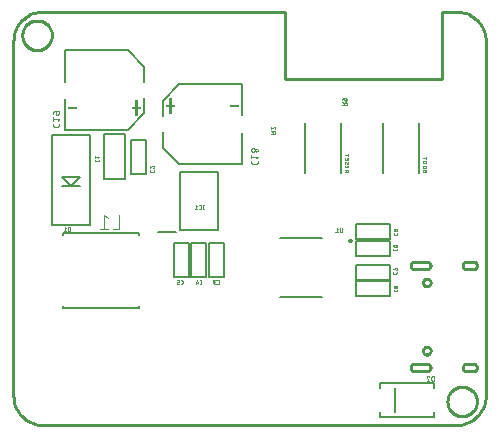
<source format=gbr>
G04 EAGLE Gerber RS-274X export*
G75*
%MOMM*%
%FSLAX34Y34*%
%LPD*%
%INSilkscreen Bottom*%
%IPPOS*%
%AMOC8*
5,1,8,0,0,1.08239X$1,22.5*%
G01*
%ADD10C,0.200000*%
%ADD11C,0.127000*%
%ADD12C,0.025400*%
%ADD13C,0.203200*%
%ADD14C,0.076200*%
%ADD15C,0.152400*%
%ADD16C,0.101600*%
%ADD17C,0.050800*%
%ADD18C,0.254000*%

G36*
X133955Y263342D02*
X133955Y263342D01*
X133955Y268947D01*
X136920Y268947D01*
X136925Y268951D01*
X136925Y268952D01*
X136925Y270932D01*
X136921Y270937D01*
X136920Y270937D01*
X133955Y270937D01*
X133955Y276542D01*
X133951Y276547D01*
X133950Y276547D01*
X131970Y276547D01*
X131965Y276543D01*
X131965Y276542D01*
X131965Y270937D01*
X129000Y270937D01*
X128995Y270933D01*
X128995Y270932D01*
X128995Y268952D01*
X128999Y268947D01*
X129000Y268947D01*
X131965Y268947D01*
X131965Y263342D01*
X131969Y263337D01*
X131970Y263337D01*
X133950Y263337D01*
X133955Y263342D01*
G37*
G36*
X105271Y261937D02*
X105271Y261937D01*
X105271Y261938D01*
X105271Y267543D01*
X108236Y267543D01*
X108241Y267547D01*
X108241Y267548D01*
X108241Y269528D01*
X108237Y269533D01*
X108236Y269533D01*
X105271Y269533D01*
X105271Y275138D01*
X105267Y275143D01*
X105266Y275143D01*
X103286Y275143D01*
X103281Y275139D01*
X103281Y275138D01*
X103281Y269533D01*
X100316Y269533D01*
X100311Y269529D01*
X100311Y269528D01*
X100311Y267548D01*
X100315Y267543D01*
X100316Y267543D01*
X103281Y267543D01*
X103281Y261938D01*
X103285Y261933D01*
X103286Y261933D01*
X105266Y261933D01*
X105271Y261937D01*
G37*
G36*
X191045Y268951D02*
X191045Y268951D01*
X191045Y268952D01*
X191045Y270932D01*
X191041Y270937D01*
X191040Y270937D01*
X183120Y270937D01*
X183115Y270933D01*
X183115Y270932D01*
X183115Y268952D01*
X183119Y268947D01*
X183120Y268947D01*
X191040Y268947D01*
X191045Y268951D01*
G37*
G36*
X54121Y267547D02*
X54121Y267547D01*
X54121Y267548D01*
X54121Y269528D01*
X54117Y269533D01*
X54116Y269533D01*
X46196Y269533D01*
X46191Y269529D01*
X46191Y269528D01*
X46191Y267548D01*
X46195Y267543D01*
X46196Y267543D01*
X54116Y267543D01*
X54121Y267547D01*
G37*
D10*
X284524Y156100D02*
X284526Y156163D01*
X284532Y156225D01*
X284542Y156287D01*
X284555Y156349D01*
X284573Y156409D01*
X284594Y156468D01*
X284619Y156526D01*
X284648Y156582D01*
X284680Y156636D01*
X284715Y156688D01*
X284753Y156737D01*
X284795Y156785D01*
X284839Y156829D01*
X284887Y156871D01*
X284936Y156909D01*
X284988Y156944D01*
X285042Y156976D01*
X285098Y157005D01*
X285156Y157030D01*
X285215Y157051D01*
X285275Y157069D01*
X285337Y157082D01*
X285399Y157092D01*
X285461Y157098D01*
X285524Y157100D01*
X285587Y157098D01*
X285649Y157092D01*
X285711Y157082D01*
X285773Y157069D01*
X285833Y157051D01*
X285892Y157030D01*
X285950Y157005D01*
X286006Y156976D01*
X286060Y156944D01*
X286112Y156909D01*
X286161Y156871D01*
X286209Y156829D01*
X286253Y156785D01*
X286295Y156737D01*
X286333Y156688D01*
X286368Y156636D01*
X286400Y156582D01*
X286429Y156526D01*
X286454Y156468D01*
X286475Y156409D01*
X286493Y156349D01*
X286506Y156287D01*
X286516Y156225D01*
X286522Y156163D01*
X286524Y156100D01*
X286522Y156037D01*
X286516Y155975D01*
X286506Y155913D01*
X286493Y155851D01*
X286475Y155791D01*
X286454Y155732D01*
X286429Y155674D01*
X286400Y155618D01*
X286368Y155564D01*
X286333Y155512D01*
X286295Y155463D01*
X286253Y155415D01*
X286209Y155371D01*
X286161Y155329D01*
X286112Y155291D01*
X286060Y155256D01*
X286006Y155224D01*
X285950Y155195D01*
X285892Y155170D01*
X285833Y155149D01*
X285773Y155131D01*
X285711Y155118D01*
X285649Y155108D01*
X285587Y155102D01*
X285524Y155100D01*
X285461Y155102D01*
X285399Y155108D01*
X285337Y155118D01*
X285275Y155131D01*
X285215Y155149D01*
X285156Y155170D01*
X285098Y155195D01*
X285042Y155224D01*
X284988Y155256D01*
X284936Y155291D01*
X284887Y155329D01*
X284839Y155371D01*
X284795Y155415D01*
X284753Y155463D01*
X284715Y155512D01*
X284680Y155564D01*
X284648Y155618D01*
X284619Y155674D01*
X284594Y155732D01*
X284573Y155791D01*
X284555Y155851D01*
X284542Y155913D01*
X284532Y155975D01*
X284526Y156037D01*
X284524Y156100D01*
D11*
X261274Y158350D02*
X225974Y158350D01*
X225974Y108350D02*
X261274Y108350D01*
D12*
X278497Y164518D02*
X278497Y167223D01*
X278497Y164518D02*
X278495Y164455D01*
X278489Y164393D01*
X278480Y164330D01*
X278467Y164269D01*
X278450Y164208D01*
X278429Y164149D01*
X278405Y164091D01*
X278378Y164034D01*
X278347Y163979D01*
X278313Y163927D01*
X278275Y163876D01*
X278235Y163828D01*
X278192Y163782D01*
X278146Y163739D01*
X278098Y163699D01*
X278047Y163661D01*
X277995Y163627D01*
X277940Y163596D01*
X277883Y163569D01*
X277825Y163545D01*
X277766Y163524D01*
X277705Y163507D01*
X277644Y163494D01*
X277581Y163485D01*
X277519Y163479D01*
X277456Y163477D01*
X277393Y163479D01*
X277331Y163485D01*
X277268Y163494D01*
X277207Y163507D01*
X277146Y163524D01*
X277087Y163545D01*
X277029Y163569D01*
X276972Y163596D01*
X276917Y163627D01*
X276865Y163661D01*
X276814Y163699D01*
X276766Y163739D01*
X276720Y163782D01*
X276677Y163828D01*
X276637Y163876D01*
X276599Y163927D01*
X276565Y163979D01*
X276534Y164034D01*
X276507Y164091D01*
X276483Y164149D01*
X276462Y164208D01*
X276445Y164269D01*
X276432Y164330D01*
X276423Y164393D01*
X276417Y164455D01*
X276415Y164518D01*
X276416Y164518D02*
X276416Y167223D01*
X274777Y166391D02*
X273737Y167223D01*
X273737Y163477D01*
X274777Y163477D02*
X272696Y163477D01*
D13*
X356118Y35504D02*
X356118Y31004D01*
X356118Y35504D02*
X310118Y35504D01*
X310118Y31004D01*
X310118Y11004D02*
X310118Y6504D01*
X356118Y6504D01*
X356118Y11004D01*
X323118Y11004D02*
X323118Y31004D01*
D12*
X355851Y37641D02*
X355851Y41387D01*
X354810Y41387D01*
X354747Y41385D01*
X354685Y41379D01*
X354622Y41370D01*
X354561Y41357D01*
X354500Y41340D01*
X354441Y41319D01*
X354383Y41295D01*
X354326Y41268D01*
X354271Y41237D01*
X354219Y41203D01*
X354168Y41165D01*
X354120Y41125D01*
X354074Y41082D01*
X354031Y41036D01*
X353991Y40988D01*
X353953Y40937D01*
X353919Y40885D01*
X353888Y40830D01*
X353861Y40773D01*
X353837Y40715D01*
X353816Y40656D01*
X353799Y40595D01*
X353786Y40534D01*
X353777Y40471D01*
X353771Y40409D01*
X353769Y40346D01*
X353770Y40346D02*
X353770Y38682D01*
X353769Y38682D02*
X353771Y38619D01*
X353777Y38557D01*
X353786Y38494D01*
X353799Y38433D01*
X353816Y38372D01*
X353837Y38313D01*
X353861Y38255D01*
X353888Y38198D01*
X353919Y38143D01*
X353953Y38091D01*
X353991Y38040D01*
X354031Y37992D01*
X354074Y37946D01*
X354120Y37903D01*
X354168Y37863D01*
X354219Y37825D01*
X354271Y37791D01*
X354326Y37760D01*
X354383Y37733D01*
X354441Y37709D01*
X354500Y37688D01*
X354561Y37671D01*
X354622Y37658D01*
X354685Y37649D01*
X354747Y37643D01*
X354810Y37641D01*
X355851Y37641D01*
X350986Y41388D02*
X350927Y41386D01*
X350869Y41381D01*
X350810Y41371D01*
X350753Y41359D01*
X350696Y41342D01*
X350641Y41322D01*
X350587Y41299D01*
X350535Y41272D01*
X350484Y41242D01*
X350435Y41209D01*
X350389Y41173D01*
X350345Y41134D01*
X350303Y41092D01*
X350264Y41048D01*
X350228Y41002D01*
X350195Y40953D01*
X350165Y40902D01*
X350138Y40850D01*
X350115Y40796D01*
X350095Y40741D01*
X350078Y40684D01*
X350066Y40627D01*
X350056Y40568D01*
X350051Y40510D01*
X350049Y40451D01*
X350986Y41387D02*
X351055Y41385D01*
X351123Y41379D01*
X351191Y41369D01*
X351259Y41356D01*
X351325Y41338D01*
X351391Y41317D01*
X351455Y41292D01*
X351517Y41263D01*
X351578Y41231D01*
X351637Y41196D01*
X351694Y41157D01*
X351748Y41115D01*
X351800Y41070D01*
X351849Y41022D01*
X351896Y40971D01*
X351939Y40918D01*
X351980Y40862D01*
X352017Y40804D01*
X352050Y40744D01*
X352081Y40683D01*
X352107Y40619D01*
X352130Y40555D01*
X350362Y39723D02*
X350318Y39767D01*
X350277Y39814D01*
X350239Y39864D01*
X350204Y39916D01*
X350172Y39970D01*
X350144Y40026D01*
X350119Y40084D01*
X350098Y40143D01*
X350081Y40203D01*
X350068Y40264D01*
X350058Y40326D01*
X350052Y40388D01*
X350050Y40451D01*
X350362Y39722D02*
X352131Y37641D01*
X350050Y37641D01*
D11*
X37488Y169800D02*
X35008Y169800D01*
D13*
X37488Y169800D02*
X64948Y169800D01*
X64948Y245850D01*
X62888Y245850D01*
D11*
X62313Y245850D01*
D13*
X62888Y245850D02*
X32948Y245850D01*
X32948Y169800D01*
X37488Y169800D01*
X41328Y210230D02*
X56568Y210230D01*
X48948Y202610D02*
X41328Y210230D01*
X48948Y202610D02*
X56568Y210230D01*
X56568Y202610D02*
X48948Y202610D01*
X41328Y202610D01*
D14*
X47961Y167629D02*
X47961Y164391D01*
X47961Y167629D02*
X47062Y167629D01*
X47003Y167627D01*
X46945Y167621D01*
X46887Y167612D01*
X46829Y167598D01*
X46773Y167581D01*
X46718Y167561D01*
X46664Y167536D01*
X46613Y167509D01*
X46563Y167477D01*
X46515Y167443D01*
X46469Y167406D01*
X46426Y167366D01*
X46386Y167323D01*
X46349Y167277D01*
X46315Y167229D01*
X46283Y167180D01*
X46256Y167128D01*
X46231Y167074D01*
X46211Y167019D01*
X46194Y166963D01*
X46180Y166905D01*
X46171Y166847D01*
X46165Y166789D01*
X46163Y166730D01*
X46162Y166730D02*
X46162Y165290D01*
X46163Y165290D02*
X46165Y165231D01*
X46171Y165173D01*
X46180Y165115D01*
X46194Y165057D01*
X46211Y165001D01*
X46231Y164946D01*
X46256Y164892D01*
X46283Y164841D01*
X46315Y164791D01*
X46349Y164743D01*
X46386Y164697D01*
X46426Y164654D01*
X46469Y164614D01*
X46515Y164577D01*
X46563Y164543D01*
X46613Y164511D01*
X46664Y164484D01*
X46718Y164459D01*
X46773Y164439D01*
X46829Y164422D01*
X46887Y164408D01*
X46945Y164399D01*
X47003Y164393D01*
X47062Y164391D01*
X47961Y164391D01*
X44241Y166909D02*
X43342Y167629D01*
X43342Y164391D01*
X44241Y164391D02*
X42442Y164391D01*
D13*
X94108Y208292D02*
X94108Y246392D01*
X76328Y246392D01*
X76328Y208292D01*
X94108Y208292D01*
D14*
X69343Y223998D02*
X69343Y224717D01*
X69343Y223998D02*
X69345Y223947D01*
X69350Y223896D01*
X69359Y223845D01*
X69372Y223795D01*
X69388Y223746D01*
X69408Y223699D01*
X69431Y223653D01*
X69457Y223609D01*
X69487Y223567D01*
X69519Y223527D01*
X69554Y223489D01*
X69592Y223454D01*
X69632Y223422D01*
X69674Y223392D01*
X69718Y223366D01*
X69764Y223343D01*
X69811Y223323D01*
X69860Y223307D01*
X69910Y223294D01*
X69961Y223285D01*
X70012Y223280D01*
X70063Y223278D01*
X71861Y223278D01*
X71912Y223280D01*
X71963Y223285D01*
X72014Y223294D01*
X72064Y223307D01*
X72113Y223323D01*
X72160Y223343D01*
X72206Y223366D01*
X72250Y223392D01*
X72292Y223422D01*
X72332Y223454D01*
X72370Y223489D01*
X72405Y223526D01*
X72437Y223567D01*
X72467Y223609D01*
X72493Y223653D01*
X72516Y223699D01*
X72536Y223746D01*
X72552Y223795D01*
X72565Y223845D01*
X72574Y223896D01*
X72579Y223947D01*
X72581Y223998D01*
X72581Y224717D01*
X71861Y226296D02*
X72581Y227195D01*
X69343Y227195D01*
X69343Y226296D02*
X69343Y228095D01*
D13*
X112156Y241439D02*
X112156Y212229D01*
X112156Y241439D02*
X99456Y241439D01*
X99456Y212229D01*
X112156Y212229D01*
D14*
X115712Y215235D02*
X115712Y215954D01*
X115712Y215235D02*
X115714Y215184D01*
X115719Y215133D01*
X115728Y215082D01*
X115741Y215032D01*
X115757Y214983D01*
X115777Y214936D01*
X115800Y214890D01*
X115826Y214846D01*
X115856Y214804D01*
X115888Y214764D01*
X115923Y214726D01*
X115961Y214691D01*
X116001Y214659D01*
X116043Y214629D01*
X116087Y214603D01*
X116133Y214580D01*
X116180Y214560D01*
X116229Y214544D01*
X116279Y214531D01*
X116330Y214522D01*
X116381Y214517D01*
X116432Y214515D01*
X118230Y214515D01*
X118281Y214517D01*
X118332Y214522D01*
X118383Y214531D01*
X118433Y214544D01*
X118482Y214560D01*
X118529Y214580D01*
X118575Y214603D01*
X118619Y214629D01*
X118661Y214659D01*
X118701Y214691D01*
X118739Y214726D01*
X118774Y214763D01*
X118806Y214804D01*
X118836Y214846D01*
X118862Y214890D01*
X118885Y214936D01*
X118905Y214983D01*
X118921Y215032D01*
X118934Y215082D01*
X118943Y215133D01*
X118948Y215184D01*
X118950Y215235D01*
X118950Y215954D01*
X118951Y218522D02*
X118949Y218577D01*
X118943Y218632D01*
X118934Y218687D01*
X118921Y218741D01*
X118904Y218793D01*
X118884Y218845D01*
X118860Y218895D01*
X118833Y218943D01*
X118803Y218989D01*
X118769Y219033D01*
X118733Y219075D01*
X118694Y219114D01*
X118652Y219150D01*
X118608Y219184D01*
X118562Y219214D01*
X118514Y219241D01*
X118464Y219265D01*
X118412Y219285D01*
X118360Y219302D01*
X118306Y219315D01*
X118251Y219324D01*
X118196Y219330D01*
X118141Y219332D01*
X118950Y218522D02*
X118948Y218460D01*
X118943Y218398D01*
X118933Y218336D01*
X118920Y218275D01*
X118904Y218215D01*
X118884Y218156D01*
X118860Y218099D01*
X118833Y218043D01*
X118803Y217988D01*
X118769Y217936D01*
X118732Y217885D01*
X118693Y217837D01*
X118650Y217792D01*
X118605Y217749D01*
X118558Y217708D01*
X118508Y217671D01*
X118456Y217637D01*
X118402Y217606D01*
X118346Y217578D01*
X118289Y217554D01*
X118230Y217533D01*
X117511Y219062D02*
X117553Y219103D01*
X117597Y219141D01*
X117645Y219176D01*
X117694Y219208D01*
X117745Y219237D01*
X117798Y219262D01*
X117853Y219283D01*
X117909Y219300D01*
X117966Y219314D01*
X118024Y219324D01*
X118082Y219330D01*
X118141Y219332D01*
X117511Y219062D02*
X115712Y217533D01*
X115712Y219332D01*
D10*
X141076Y165396D02*
X173076Y165396D01*
X173076Y214396D01*
X141076Y214396D01*
X141076Y165396D01*
X137576Y163846D02*
X122076Y163846D01*
D12*
X160582Y182943D02*
X160582Y186689D01*
X160998Y182943D02*
X160166Y182943D01*
X160166Y186689D02*
X160998Y186689D01*
X157920Y182943D02*
X157087Y182943D01*
X157920Y182943D02*
X157977Y182945D01*
X158033Y182951D01*
X158089Y182960D01*
X158144Y182974D01*
X158199Y182991D01*
X158251Y183012D01*
X158303Y183036D01*
X158352Y183064D01*
X158400Y183095D01*
X158445Y183130D01*
X158488Y183167D01*
X158528Y183207D01*
X158565Y183250D01*
X158600Y183295D01*
X158631Y183343D01*
X158659Y183392D01*
X158683Y183444D01*
X158704Y183496D01*
X158721Y183551D01*
X158735Y183606D01*
X158744Y183662D01*
X158750Y183718D01*
X158752Y183775D01*
X158752Y185857D01*
X158750Y185914D01*
X158744Y185970D01*
X158735Y186026D01*
X158721Y186081D01*
X158704Y186136D01*
X158683Y186188D01*
X158659Y186240D01*
X158631Y186289D01*
X158600Y186337D01*
X158565Y186382D01*
X158528Y186425D01*
X158488Y186465D01*
X158445Y186502D01*
X158400Y186537D01*
X158352Y186568D01*
X158303Y186596D01*
X158251Y186620D01*
X158199Y186641D01*
X158144Y186658D01*
X158089Y186672D01*
X158033Y186681D01*
X157977Y186687D01*
X157920Y186689D01*
X157087Y186689D01*
X155743Y185857D02*
X154702Y186689D01*
X154702Y182943D01*
X153662Y182943D02*
X155743Y182943D01*
D13*
X178426Y154501D02*
X178426Y125291D01*
X178426Y154501D02*
X165726Y154501D01*
X165726Y125291D01*
X178426Y125291D01*
D14*
X173455Y119752D02*
X172736Y119752D01*
X173455Y119752D02*
X173506Y119754D01*
X173557Y119759D01*
X173608Y119768D01*
X173658Y119781D01*
X173707Y119797D01*
X173754Y119817D01*
X173800Y119840D01*
X173844Y119866D01*
X173886Y119896D01*
X173927Y119928D01*
X173964Y119963D01*
X173999Y120001D01*
X174031Y120041D01*
X174061Y120083D01*
X174087Y120127D01*
X174110Y120173D01*
X174130Y120220D01*
X174146Y120269D01*
X174159Y120319D01*
X174168Y120370D01*
X174173Y120421D01*
X174175Y120472D01*
X174175Y122270D01*
X174173Y122321D01*
X174168Y122372D01*
X174159Y122423D01*
X174146Y122473D01*
X174130Y122522D01*
X174110Y122569D01*
X174087Y122615D01*
X174061Y122659D01*
X174031Y122701D01*
X173999Y122741D01*
X173964Y122779D01*
X173927Y122814D01*
X173887Y122846D01*
X173844Y122876D01*
X173800Y122902D01*
X173754Y122925D01*
X173707Y122945D01*
X173658Y122961D01*
X173608Y122974D01*
X173558Y122983D01*
X173506Y122988D01*
X173455Y122990D01*
X172736Y122990D01*
X171157Y119752D02*
X170258Y119752D01*
X170199Y119754D01*
X170141Y119760D01*
X170083Y119769D01*
X170025Y119783D01*
X169969Y119800D01*
X169914Y119820D01*
X169860Y119845D01*
X169809Y119872D01*
X169759Y119904D01*
X169711Y119938D01*
X169665Y119975D01*
X169622Y120015D01*
X169582Y120058D01*
X169545Y120104D01*
X169511Y120152D01*
X169479Y120202D01*
X169452Y120253D01*
X169427Y120307D01*
X169407Y120362D01*
X169390Y120418D01*
X169376Y120476D01*
X169367Y120534D01*
X169361Y120592D01*
X169359Y120651D01*
X169361Y120710D01*
X169367Y120768D01*
X169376Y120826D01*
X169390Y120884D01*
X169407Y120940D01*
X169427Y120995D01*
X169452Y121049D01*
X169479Y121101D01*
X169511Y121150D01*
X169545Y121198D01*
X169582Y121244D01*
X169622Y121287D01*
X169665Y121327D01*
X169711Y121364D01*
X169759Y121398D01*
X169809Y121430D01*
X169860Y121457D01*
X169914Y121482D01*
X169969Y121502D01*
X170025Y121519D01*
X170083Y121533D01*
X170141Y121542D01*
X170199Y121548D01*
X170258Y121550D01*
X170078Y122990D02*
X171157Y122990D01*
X170078Y122990D02*
X170025Y122988D01*
X169973Y122982D01*
X169921Y122973D01*
X169871Y122959D01*
X169821Y122942D01*
X169772Y122922D01*
X169726Y122898D01*
X169681Y122870D01*
X169638Y122840D01*
X169598Y122806D01*
X169560Y122770D01*
X169525Y122731D01*
X169492Y122689D01*
X169463Y122645D01*
X169438Y122599D01*
X169415Y122552D01*
X169397Y122502D01*
X169381Y122452D01*
X169370Y122401D01*
X169362Y122349D01*
X169358Y122296D01*
X169358Y122244D01*
X169362Y122191D01*
X169370Y122139D01*
X169381Y122088D01*
X169397Y122038D01*
X169415Y121988D01*
X169438Y121941D01*
X169463Y121895D01*
X169492Y121851D01*
X169525Y121809D01*
X169560Y121770D01*
X169598Y121734D01*
X169638Y121700D01*
X169681Y121670D01*
X169726Y121642D01*
X169772Y121618D01*
X169821Y121598D01*
X169871Y121581D01*
X169921Y121567D01*
X169973Y121558D01*
X170025Y121552D01*
X170078Y121550D01*
X170078Y121551D02*
X170798Y121551D01*
D13*
X163426Y125291D02*
X163426Y154501D01*
X150726Y154501D01*
X150726Y125291D01*
X163426Y125291D01*
D14*
X158469Y119738D02*
X157750Y119738D01*
X158469Y119738D02*
X158520Y119740D01*
X158571Y119745D01*
X158622Y119754D01*
X158672Y119767D01*
X158721Y119783D01*
X158768Y119803D01*
X158814Y119826D01*
X158858Y119852D01*
X158900Y119882D01*
X158941Y119914D01*
X158978Y119949D01*
X159013Y119987D01*
X159045Y120027D01*
X159075Y120069D01*
X159101Y120113D01*
X159124Y120159D01*
X159144Y120206D01*
X159160Y120255D01*
X159173Y120305D01*
X159182Y120356D01*
X159187Y120407D01*
X159189Y120458D01*
X159189Y122256D01*
X159187Y122307D01*
X159182Y122358D01*
X159173Y122409D01*
X159160Y122459D01*
X159144Y122508D01*
X159124Y122555D01*
X159101Y122601D01*
X159075Y122645D01*
X159045Y122687D01*
X159013Y122727D01*
X158978Y122765D01*
X158941Y122800D01*
X158901Y122832D01*
X158858Y122862D01*
X158814Y122888D01*
X158768Y122911D01*
X158721Y122931D01*
X158672Y122947D01*
X158622Y122960D01*
X158572Y122969D01*
X158520Y122974D01*
X158469Y122976D01*
X157750Y122976D01*
X155452Y122976D02*
X156171Y120458D01*
X154372Y120458D01*
X154912Y121177D02*
X154912Y119738D01*
D13*
X148426Y125291D02*
X148426Y154501D01*
X135726Y154501D01*
X135726Y125291D01*
X148426Y125291D01*
D14*
X142467Y119724D02*
X141748Y119724D01*
X142467Y119724D02*
X142518Y119726D01*
X142569Y119731D01*
X142620Y119740D01*
X142670Y119753D01*
X142719Y119769D01*
X142766Y119789D01*
X142812Y119812D01*
X142856Y119838D01*
X142898Y119868D01*
X142939Y119900D01*
X142976Y119935D01*
X143011Y119973D01*
X143043Y120013D01*
X143073Y120055D01*
X143099Y120099D01*
X143122Y120145D01*
X143142Y120192D01*
X143158Y120241D01*
X143171Y120291D01*
X143180Y120342D01*
X143185Y120393D01*
X143187Y120444D01*
X143187Y122242D01*
X143185Y122293D01*
X143180Y122344D01*
X143171Y122395D01*
X143158Y122445D01*
X143142Y122494D01*
X143122Y122541D01*
X143099Y122587D01*
X143073Y122631D01*
X143043Y122673D01*
X143011Y122713D01*
X142976Y122751D01*
X142939Y122786D01*
X142899Y122818D01*
X142856Y122848D01*
X142812Y122874D01*
X142766Y122897D01*
X142719Y122917D01*
X142670Y122933D01*
X142620Y122946D01*
X142570Y122955D01*
X142518Y122960D01*
X142467Y122962D01*
X141748Y122962D01*
X140169Y119724D02*
X139090Y119724D01*
X139039Y119726D01*
X138988Y119731D01*
X138937Y119740D01*
X138887Y119753D01*
X138838Y119769D01*
X138791Y119789D01*
X138745Y119812D01*
X138701Y119838D01*
X138659Y119868D01*
X138619Y119900D01*
X138581Y119935D01*
X138546Y119972D01*
X138514Y120013D01*
X138484Y120055D01*
X138458Y120099D01*
X138435Y120145D01*
X138415Y120192D01*
X138399Y120241D01*
X138386Y120291D01*
X138377Y120342D01*
X138372Y120393D01*
X138370Y120444D01*
X138370Y120803D01*
X138372Y120854D01*
X138377Y120905D01*
X138386Y120956D01*
X138399Y121006D01*
X138415Y121055D01*
X138435Y121102D01*
X138458Y121148D01*
X138484Y121192D01*
X138514Y121234D01*
X138546Y121274D01*
X138581Y121312D01*
X138619Y121347D01*
X138659Y121379D01*
X138701Y121409D01*
X138745Y121435D01*
X138791Y121458D01*
X138838Y121478D01*
X138887Y121494D01*
X138937Y121507D01*
X138988Y121516D01*
X139039Y121521D01*
X139090Y121523D01*
X140169Y121523D01*
X140169Y122962D01*
X138370Y122962D01*
D12*
X218169Y246767D02*
X221915Y246767D01*
X221915Y247808D01*
X221913Y247871D01*
X221907Y247933D01*
X221898Y247996D01*
X221885Y248057D01*
X221868Y248118D01*
X221847Y248177D01*
X221823Y248235D01*
X221796Y248292D01*
X221765Y248347D01*
X221731Y248399D01*
X221693Y248450D01*
X221653Y248498D01*
X221610Y248544D01*
X221564Y248587D01*
X221516Y248627D01*
X221465Y248665D01*
X221413Y248699D01*
X221358Y248730D01*
X221301Y248757D01*
X221243Y248781D01*
X221184Y248802D01*
X221123Y248819D01*
X221062Y248832D01*
X220999Y248841D01*
X220937Y248847D01*
X220874Y248849D01*
X220811Y248847D01*
X220749Y248841D01*
X220686Y248832D01*
X220625Y248819D01*
X220564Y248802D01*
X220505Y248781D01*
X220447Y248757D01*
X220390Y248730D01*
X220335Y248699D01*
X220283Y248665D01*
X220232Y248627D01*
X220184Y248587D01*
X220138Y248544D01*
X220095Y248498D01*
X220055Y248450D01*
X220017Y248399D01*
X219983Y248347D01*
X219952Y248292D01*
X219925Y248235D01*
X219901Y248177D01*
X219880Y248118D01*
X219863Y248057D01*
X219850Y247996D01*
X219841Y247933D01*
X219835Y247871D01*
X219833Y247808D01*
X219834Y247808D02*
X219834Y246767D01*
X219834Y248016D02*
X218169Y248848D01*
X220979Y252428D02*
X221038Y252426D01*
X221096Y252421D01*
X221155Y252411D01*
X221212Y252399D01*
X221269Y252382D01*
X221324Y252362D01*
X221378Y252339D01*
X221430Y252312D01*
X221481Y252282D01*
X221530Y252249D01*
X221576Y252213D01*
X221620Y252174D01*
X221662Y252132D01*
X221701Y252088D01*
X221737Y252042D01*
X221770Y251993D01*
X221800Y251942D01*
X221827Y251890D01*
X221850Y251836D01*
X221870Y251781D01*
X221887Y251724D01*
X221899Y251667D01*
X221909Y251608D01*
X221914Y251550D01*
X221916Y251491D01*
X221915Y251491D02*
X221913Y251422D01*
X221907Y251354D01*
X221897Y251286D01*
X221884Y251218D01*
X221866Y251152D01*
X221845Y251086D01*
X221820Y251022D01*
X221791Y250960D01*
X221759Y250899D01*
X221724Y250840D01*
X221685Y250783D01*
X221643Y250729D01*
X221598Y250677D01*
X221550Y250628D01*
X221499Y250581D01*
X221446Y250538D01*
X221390Y250497D01*
X221332Y250460D01*
X221273Y250427D01*
X221211Y250396D01*
X221147Y250370D01*
X221083Y250347D01*
X220251Y252115D02*
X220295Y252159D01*
X220342Y252200D01*
X220392Y252238D01*
X220444Y252273D01*
X220498Y252305D01*
X220554Y252333D01*
X220612Y252358D01*
X220671Y252379D01*
X220731Y252396D01*
X220792Y252409D01*
X220854Y252419D01*
X220916Y252425D01*
X220979Y252427D01*
X220250Y252115D02*
X218169Y250346D01*
X218169Y252427D01*
D13*
X289819Y157296D02*
X319029Y157296D01*
X319029Y169996D01*
X289819Y169996D01*
X289819Y157296D01*
D14*
X321748Y149272D02*
X321748Y148553D01*
X321750Y148502D01*
X321755Y148451D01*
X321764Y148400D01*
X321777Y148350D01*
X321793Y148301D01*
X321813Y148254D01*
X321836Y148208D01*
X321862Y148164D01*
X321892Y148122D01*
X321924Y148082D01*
X321959Y148044D01*
X321997Y148009D01*
X322037Y147977D01*
X322079Y147947D01*
X322123Y147921D01*
X322169Y147898D01*
X322216Y147878D01*
X322265Y147862D01*
X322315Y147849D01*
X322366Y147840D01*
X322417Y147835D01*
X322468Y147833D01*
X324266Y147833D01*
X324317Y147835D01*
X324368Y147840D01*
X324419Y147849D01*
X324469Y147862D01*
X324518Y147878D01*
X324565Y147898D01*
X324611Y147921D01*
X324655Y147947D01*
X324697Y147977D01*
X324737Y148009D01*
X324775Y148044D01*
X324810Y148081D01*
X324842Y148122D01*
X324872Y148164D01*
X324898Y148208D01*
X324921Y148254D01*
X324941Y148301D01*
X324957Y148350D01*
X324970Y148400D01*
X324979Y148451D01*
X324984Y148502D01*
X324986Y148553D01*
X324986Y149272D01*
X323547Y150851D02*
X323547Y151930D01*
X323545Y151981D01*
X323540Y152032D01*
X323531Y152083D01*
X323518Y152133D01*
X323502Y152182D01*
X323482Y152229D01*
X323459Y152275D01*
X323433Y152319D01*
X323403Y152361D01*
X323371Y152401D01*
X323336Y152439D01*
X323298Y152474D01*
X323258Y152506D01*
X323216Y152536D01*
X323172Y152562D01*
X323126Y152585D01*
X323079Y152605D01*
X323030Y152621D01*
X322980Y152634D01*
X322929Y152643D01*
X322878Y152648D01*
X322827Y152650D01*
X322647Y152650D01*
X322647Y152649D02*
X322588Y152647D01*
X322530Y152641D01*
X322472Y152632D01*
X322414Y152618D01*
X322358Y152601D01*
X322303Y152581D01*
X322249Y152556D01*
X322198Y152529D01*
X322148Y152497D01*
X322100Y152463D01*
X322054Y152426D01*
X322011Y152386D01*
X321971Y152343D01*
X321934Y152297D01*
X321900Y152249D01*
X321868Y152200D01*
X321841Y152148D01*
X321816Y152094D01*
X321796Y152039D01*
X321779Y151983D01*
X321765Y151925D01*
X321756Y151867D01*
X321750Y151809D01*
X321748Y151750D01*
X321750Y151691D01*
X321756Y151633D01*
X321765Y151575D01*
X321779Y151517D01*
X321796Y151461D01*
X321816Y151406D01*
X321841Y151352D01*
X321868Y151301D01*
X321900Y151251D01*
X321934Y151203D01*
X321971Y151157D01*
X322011Y151114D01*
X322054Y151074D01*
X322100Y151037D01*
X322148Y151003D01*
X322198Y150971D01*
X322249Y150944D01*
X322303Y150919D01*
X322358Y150899D01*
X322414Y150882D01*
X322472Y150868D01*
X322530Y150859D01*
X322588Y150853D01*
X322647Y150851D01*
X323547Y150851D01*
X323622Y150853D01*
X323697Y150859D01*
X323772Y150869D01*
X323846Y150882D01*
X323919Y150900D01*
X323992Y150921D01*
X324063Y150947D01*
X324132Y150975D01*
X324200Y151008D01*
X324266Y151044D01*
X324331Y151083D01*
X324393Y151126D01*
X324453Y151172D01*
X324510Y151221D01*
X324565Y151272D01*
X324616Y151327D01*
X324665Y151384D01*
X324711Y151444D01*
X324754Y151506D01*
X324793Y151570D01*
X324829Y151637D01*
X324862Y151705D01*
X324890Y151774D01*
X324916Y151845D01*
X324937Y151918D01*
X324955Y151991D01*
X324968Y152065D01*
X324978Y152140D01*
X324984Y152215D01*
X324986Y152290D01*
D13*
X319029Y122978D02*
X289819Y122978D01*
X319029Y122978D02*
X319029Y135678D01*
X289819Y135678D01*
X289819Y122978D01*
D14*
X321268Y128995D02*
X321268Y129714D01*
X321268Y128995D02*
X321270Y128944D01*
X321275Y128893D01*
X321284Y128842D01*
X321297Y128792D01*
X321313Y128743D01*
X321333Y128696D01*
X321356Y128650D01*
X321382Y128606D01*
X321412Y128564D01*
X321444Y128524D01*
X321479Y128486D01*
X321517Y128451D01*
X321557Y128419D01*
X321599Y128389D01*
X321643Y128363D01*
X321689Y128340D01*
X321736Y128320D01*
X321785Y128304D01*
X321835Y128291D01*
X321886Y128282D01*
X321937Y128277D01*
X321988Y128275D01*
X323786Y128275D01*
X323837Y128277D01*
X323888Y128282D01*
X323939Y128291D01*
X323989Y128304D01*
X324038Y128320D01*
X324085Y128340D01*
X324131Y128363D01*
X324175Y128389D01*
X324217Y128419D01*
X324257Y128451D01*
X324295Y128486D01*
X324330Y128523D01*
X324362Y128564D01*
X324392Y128606D01*
X324418Y128650D01*
X324441Y128696D01*
X324461Y128743D01*
X324477Y128792D01*
X324490Y128842D01*
X324499Y128893D01*
X324504Y128944D01*
X324506Y128995D01*
X324506Y129714D01*
X324506Y131293D02*
X324146Y131293D01*
X324506Y131293D02*
X324506Y133092D01*
X321268Y132192D01*
D13*
X319067Y121718D02*
X289857Y121718D01*
X289857Y109018D01*
X319067Y109018D01*
X319067Y121718D01*
D14*
X321870Y114680D02*
X321870Y113961D01*
X321872Y113910D01*
X321877Y113859D01*
X321886Y113808D01*
X321899Y113758D01*
X321915Y113709D01*
X321935Y113662D01*
X321958Y113616D01*
X321984Y113572D01*
X322014Y113530D01*
X322046Y113490D01*
X322081Y113452D01*
X322119Y113417D01*
X322159Y113385D01*
X322201Y113355D01*
X322245Y113329D01*
X322291Y113306D01*
X322338Y113286D01*
X322387Y113270D01*
X322437Y113257D01*
X322488Y113248D01*
X322539Y113243D01*
X322590Y113241D01*
X324388Y113241D01*
X324439Y113243D01*
X324490Y113248D01*
X324541Y113257D01*
X324591Y113270D01*
X324640Y113286D01*
X324687Y113306D01*
X324733Y113329D01*
X324777Y113355D01*
X324819Y113385D01*
X324859Y113417D01*
X324897Y113452D01*
X324932Y113489D01*
X324964Y113530D01*
X324994Y113572D01*
X325020Y113616D01*
X325043Y113662D01*
X325063Y113709D01*
X325079Y113758D01*
X325092Y113808D01*
X325101Y113859D01*
X325106Y113910D01*
X325108Y113961D01*
X325108Y114680D01*
X322769Y116259D02*
X322828Y116261D01*
X322886Y116267D01*
X322944Y116276D01*
X323002Y116290D01*
X323058Y116307D01*
X323113Y116327D01*
X323167Y116352D01*
X323219Y116379D01*
X323268Y116411D01*
X323316Y116445D01*
X323362Y116482D01*
X323405Y116522D01*
X323445Y116565D01*
X323482Y116611D01*
X323516Y116659D01*
X323548Y116709D01*
X323575Y116760D01*
X323600Y116814D01*
X323620Y116869D01*
X323637Y116925D01*
X323651Y116983D01*
X323660Y117041D01*
X323666Y117099D01*
X323668Y117158D01*
X323666Y117217D01*
X323660Y117275D01*
X323651Y117333D01*
X323637Y117391D01*
X323620Y117447D01*
X323600Y117502D01*
X323575Y117556D01*
X323548Y117608D01*
X323516Y117657D01*
X323482Y117705D01*
X323445Y117751D01*
X323405Y117794D01*
X323362Y117834D01*
X323316Y117871D01*
X323268Y117905D01*
X323219Y117937D01*
X323167Y117964D01*
X323113Y117989D01*
X323058Y118009D01*
X323002Y118026D01*
X322944Y118040D01*
X322886Y118049D01*
X322828Y118055D01*
X322769Y118057D01*
X322710Y118055D01*
X322652Y118049D01*
X322594Y118040D01*
X322536Y118026D01*
X322480Y118009D01*
X322425Y117989D01*
X322371Y117964D01*
X322320Y117937D01*
X322270Y117905D01*
X322222Y117871D01*
X322176Y117834D01*
X322133Y117794D01*
X322093Y117751D01*
X322056Y117705D01*
X322022Y117657D01*
X321990Y117608D01*
X321963Y117556D01*
X321938Y117502D01*
X321918Y117447D01*
X321901Y117391D01*
X321887Y117333D01*
X321878Y117275D01*
X321872Y117217D01*
X321870Y117158D01*
X321872Y117099D01*
X321878Y117041D01*
X321887Y116983D01*
X321901Y116925D01*
X321918Y116869D01*
X321938Y116814D01*
X321963Y116760D01*
X321990Y116709D01*
X322022Y116659D01*
X322056Y116611D01*
X322093Y116565D01*
X322133Y116522D01*
X322176Y116482D01*
X322222Y116445D01*
X322270Y116411D01*
X322320Y116379D01*
X322371Y116352D01*
X322425Y116327D01*
X322480Y116307D01*
X322536Y116290D01*
X322594Y116276D01*
X322652Y116267D01*
X322710Y116261D01*
X322769Y116259D01*
X324388Y116438D02*
X324441Y116440D01*
X324493Y116446D01*
X324545Y116455D01*
X324595Y116469D01*
X324645Y116486D01*
X324694Y116506D01*
X324740Y116530D01*
X324785Y116558D01*
X324828Y116588D01*
X324868Y116622D01*
X324906Y116658D01*
X324941Y116697D01*
X324974Y116739D01*
X325003Y116783D01*
X325028Y116829D01*
X325051Y116876D01*
X325069Y116926D01*
X325085Y116976D01*
X325096Y117027D01*
X325104Y117079D01*
X325108Y117132D01*
X325108Y117184D01*
X325104Y117237D01*
X325096Y117289D01*
X325085Y117340D01*
X325069Y117390D01*
X325051Y117440D01*
X325028Y117487D01*
X325003Y117533D01*
X324974Y117577D01*
X324941Y117619D01*
X324906Y117658D01*
X324868Y117694D01*
X324828Y117728D01*
X324785Y117758D01*
X324740Y117786D01*
X324694Y117810D01*
X324645Y117830D01*
X324595Y117847D01*
X324545Y117861D01*
X324493Y117870D01*
X324441Y117876D01*
X324388Y117878D01*
X324335Y117876D01*
X324283Y117870D01*
X324231Y117861D01*
X324181Y117847D01*
X324131Y117830D01*
X324082Y117810D01*
X324036Y117786D01*
X323991Y117758D01*
X323948Y117728D01*
X323908Y117694D01*
X323870Y117658D01*
X323835Y117619D01*
X323802Y117577D01*
X323773Y117533D01*
X323748Y117487D01*
X323725Y117440D01*
X323707Y117390D01*
X323691Y117340D01*
X323680Y117289D01*
X323672Y117237D01*
X323668Y117184D01*
X323668Y117132D01*
X323672Y117079D01*
X323680Y117027D01*
X323691Y116976D01*
X323707Y116926D01*
X323725Y116876D01*
X323748Y116829D01*
X323773Y116783D01*
X323802Y116739D01*
X323835Y116697D01*
X323870Y116658D01*
X323908Y116622D01*
X323948Y116588D01*
X323991Y116558D01*
X324036Y116530D01*
X324082Y116506D01*
X324131Y116486D01*
X324181Y116469D01*
X324231Y116455D01*
X324283Y116446D01*
X324335Y116440D01*
X324388Y116438D01*
D13*
X319029Y155838D02*
X289819Y155838D01*
X289819Y143138D01*
X319029Y143138D01*
X319029Y155838D01*
D14*
X321954Y161751D02*
X321954Y162470D01*
X321954Y161751D02*
X321956Y161700D01*
X321961Y161649D01*
X321970Y161598D01*
X321983Y161548D01*
X321999Y161499D01*
X322019Y161452D01*
X322042Y161406D01*
X322068Y161362D01*
X322098Y161320D01*
X322130Y161280D01*
X322165Y161242D01*
X322203Y161207D01*
X322243Y161175D01*
X322285Y161145D01*
X322329Y161119D01*
X322375Y161096D01*
X322422Y161076D01*
X322471Y161060D01*
X322521Y161047D01*
X322572Y161038D01*
X322623Y161033D01*
X322674Y161031D01*
X324472Y161031D01*
X324523Y161033D01*
X324574Y161038D01*
X324625Y161047D01*
X324675Y161060D01*
X324724Y161076D01*
X324771Y161096D01*
X324817Y161119D01*
X324861Y161145D01*
X324903Y161175D01*
X324943Y161207D01*
X324981Y161242D01*
X325016Y161279D01*
X325048Y161320D01*
X325078Y161362D01*
X325104Y161406D01*
X325127Y161452D01*
X325147Y161499D01*
X325163Y161548D01*
X325176Y161598D01*
X325185Y161649D01*
X325190Y161700D01*
X325192Y161751D01*
X325192Y162470D01*
X323393Y164768D02*
X323393Y165848D01*
X323393Y164768D02*
X323395Y164717D01*
X323400Y164666D01*
X323409Y164615D01*
X323422Y164565D01*
X323438Y164516D01*
X323458Y164469D01*
X323481Y164423D01*
X323507Y164379D01*
X323537Y164337D01*
X323569Y164297D01*
X323604Y164259D01*
X323642Y164224D01*
X323682Y164192D01*
X323724Y164162D01*
X323768Y164136D01*
X323814Y164113D01*
X323861Y164093D01*
X323910Y164077D01*
X323960Y164064D01*
X324011Y164055D01*
X324062Y164050D01*
X324113Y164048D01*
X324113Y164049D02*
X324293Y164049D01*
X324352Y164051D01*
X324410Y164057D01*
X324468Y164066D01*
X324526Y164080D01*
X324582Y164097D01*
X324637Y164117D01*
X324691Y164142D01*
X324743Y164169D01*
X324792Y164201D01*
X324840Y164235D01*
X324886Y164272D01*
X324929Y164312D01*
X324969Y164355D01*
X325006Y164401D01*
X325040Y164449D01*
X325072Y164499D01*
X325099Y164550D01*
X325124Y164604D01*
X325144Y164659D01*
X325161Y164715D01*
X325175Y164773D01*
X325184Y164831D01*
X325190Y164889D01*
X325192Y164948D01*
X325190Y165007D01*
X325184Y165065D01*
X325175Y165123D01*
X325161Y165181D01*
X325144Y165237D01*
X325124Y165292D01*
X325099Y165346D01*
X325072Y165398D01*
X325040Y165447D01*
X325006Y165495D01*
X324969Y165541D01*
X324929Y165584D01*
X324886Y165624D01*
X324840Y165661D01*
X324792Y165695D01*
X324743Y165727D01*
X324691Y165754D01*
X324637Y165779D01*
X324582Y165799D01*
X324526Y165816D01*
X324468Y165830D01*
X324410Y165839D01*
X324352Y165845D01*
X324293Y165847D01*
X324293Y165848D02*
X323393Y165848D01*
X323393Y165847D02*
X323318Y165845D01*
X323243Y165839D01*
X323168Y165829D01*
X323094Y165816D01*
X323021Y165798D01*
X322948Y165777D01*
X322877Y165751D01*
X322808Y165723D01*
X322740Y165690D01*
X322674Y165654D01*
X322609Y165615D01*
X322547Y165572D01*
X322487Y165526D01*
X322430Y165477D01*
X322375Y165426D01*
X322324Y165371D01*
X322275Y165314D01*
X322229Y165254D01*
X322186Y165192D01*
X322147Y165128D01*
X322111Y165061D01*
X322078Y164993D01*
X322050Y164924D01*
X322024Y164853D01*
X322003Y164780D01*
X321985Y164707D01*
X321972Y164633D01*
X321962Y164558D01*
X321956Y164483D01*
X321954Y164408D01*
D13*
X343600Y213458D02*
X343600Y255458D01*
X313092Y255458D02*
X313092Y213458D01*
D14*
X348306Y214519D02*
X348306Y215418D01*
X348305Y215418D02*
X348303Y215477D01*
X348297Y215535D01*
X348288Y215593D01*
X348274Y215651D01*
X348257Y215707D01*
X348237Y215762D01*
X348212Y215816D01*
X348185Y215868D01*
X348153Y215917D01*
X348119Y215965D01*
X348082Y216011D01*
X348042Y216054D01*
X347999Y216094D01*
X347953Y216131D01*
X347905Y216165D01*
X347856Y216197D01*
X347804Y216224D01*
X347750Y216249D01*
X347695Y216269D01*
X347639Y216286D01*
X347581Y216300D01*
X347523Y216309D01*
X347465Y216315D01*
X347406Y216317D01*
X347347Y216315D01*
X347289Y216309D01*
X347231Y216300D01*
X347173Y216286D01*
X347117Y216269D01*
X347062Y216249D01*
X347008Y216224D01*
X346957Y216197D01*
X346907Y216165D01*
X346859Y216131D01*
X346813Y216094D01*
X346770Y216054D01*
X346730Y216011D01*
X346693Y215965D01*
X346659Y215917D01*
X346627Y215868D01*
X346600Y215816D01*
X346575Y215762D01*
X346555Y215707D01*
X346538Y215651D01*
X346524Y215593D01*
X346515Y215535D01*
X346509Y215477D01*
X346507Y215418D01*
X346507Y214519D01*
X349745Y214519D01*
X349745Y215418D01*
X349743Y215471D01*
X349737Y215523D01*
X349728Y215575D01*
X349714Y215625D01*
X349697Y215675D01*
X349677Y215724D01*
X349653Y215770D01*
X349625Y215815D01*
X349595Y215858D01*
X349561Y215898D01*
X349525Y215936D01*
X349486Y215971D01*
X349444Y216004D01*
X349400Y216033D01*
X349354Y216058D01*
X349307Y216081D01*
X349257Y216099D01*
X349207Y216115D01*
X349156Y216126D01*
X349104Y216134D01*
X349051Y216138D01*
X348999Y216138D01*
X348946Y216134D01*
X348894Y216126D01*
X348843Y216115D01*
X348793Y216099D01*
X348743Y216081D01*
X348696Y216058D01*
X348650Y216033D01*
X348606Y216004D01*
X348564Y215971D01*
X348525Y215936D01*
X348489Y215898D01*
X348455Y215858D01*
X348425Y215815D01*
X348397Y215770D01*
X348373Y215724D01*
X348353Y215675D01*
X348336Y215625D01*
X348322Y215575D01*
X348313Y215523D01*
X348307Y215471D01*
X348305Y215418D01*
X348846Y217909D02*
X347406Y217909D01*
X348846Y217909D02*
X348905Y217911D01*
X348963Y217917D01*
X349021Y217926D01*
X349079Y217940D01*
X349135Y217957D01*
X349190Y217977D01*
X349244Y218002D01*
X349296Y218029D01*
X349345Y218061D01*
X349393Y218095D01*
X349439Y218132D01*
X349482Y218172D01*
X349522Y218215D01*
X349559Y218261D01*
X349593Y218309D01*
X349625Y218359D01*
X349652Y218410D01*
X349677Y218464D01*
X349697Y218519D01*
X349714Y218575D01*
X349728Y218633D01*
X349737Y218691D01*
X349743Y218749D01*
X349745Y218808D01*
X349743Y218867D01*
X349737Y218925D01*
X349728Y218983D01*
X349714Y219041D01*
X349697Y219097D01*
X349677Y219152D01*
X349652Y219206D01*
X349625Y219258D01*
X349593Y219307D01*
X349559Y219355D01*
X349522Y219401D01*
X349482Y219444D01*
X349439Y219484D01*
X349393Y219521D01*
X349345Y219555D01*
X349296Y219587D01*
X349244Y219614D01*
X349190Y219639D01*
X349135Y219659D01*
X349079Y219676D01*
X349021Y219690D01*
X348963Y219699D01*
X348905Y219705D01*
X348846Y219707D01*
X348846Y219708D02*
X347406Y219708D01*
X347406Y219707D02*
X347347Y219705D01*
X347289Y219699D01*
X347231Y219690D01*
X347173Y219676D01*
X347117Y219659D01*
X347062Y219639D01*
X347008Y219614D01*
X346957Y219587D01*
X346907Y219555D01*
X346859Y219521D01*
X346813Y219484D01*
X346770Y219444D01*
X346730Y219401D01*
X346693Y219355D01*
X346659Y219307D01*
X346627Y219258D01*
X346600Y219206D01*
X346575Y219152D01*
X346555Y219097D01*
X346538Y219041D01*
X346524Y218983D01*
X346515Y218925D01*
X346509Y218867D01*
X346507Y218808D01*
X346509Y218749D01*
X346515Y218691D01*
X346524Y218633D01*
X346538Y218575D01*
X346555Y218519D01*
X346575Y218464D01*
X346600Y218410D01*
X346627Y218359D01*
X346659Y218309D01*
X346693Y218261D01*
X346730Y218215D01*
X346770Y218172D01*
X346813Y218132D01*
X346859Y218095D01*
X346907Y218061D01*
X346957Y218029D01*
X347008Y218002D01*
X347062Y217977D01*
X347117Y217957D01*
X347173Y217940D01*
X347231Y217926D01*
X347289Y217917D01*
X347347Y217911D01*
X347406Y217909D01*
X347406Y221509D02*
X348846Y221509D01*
X348905Y221511D01*
X348963Y221517D01*
X349021Y221526D01*
X349079Y221540D01*
X349135Y221557D01*
X349190Y221577D01*
X349244Y221602D01*
X349296Y221629D01*
X349345Y221661D01*
X349393Y221695D01*
X349439Y221732D01*
X349482Y221772D01*
X349522Y221815D01*
X349559Y221861D01*
X349593Y221909D01*
X349625Y221959D01*
X349652Y222010D01*
X349677Y222064D01*
X349697Y222119D01*
X349714Y222175D01*
X349728Y222233D01*
X349737Y222291D01*
X349743Y222349D01*
X349745Y222408D01*
X349743Y222467D01*
X349737Y222525D01*
X349728Y222583D01*
X349714Y222641D01*
X349697Y222697D01*
X349677Y222752D01*
X349652Y222806D01*
X349625Y222858D01*
X349593Y222907D01*
X349559Y222955D01*
X349522Y223001D01*
X349482Y223044D01*
X349439Y223084D01*
X349393Y223121D01*
X349345Y223155D01*
X349296Y223187D01*
X349244Y223214D01*
X349190Y223239D01*
X349135Y223259D01*
X349079Y223276D01*
X349021Y223290D01*
X348963Y223299D01*
X348905Y223305D01*
X348846Y223307D01*
X348846Y223308D02*
X347406Y223308D01*
X347406Y223307D02*
X347347Y223305D01*
X347289Y223299D01*
X347231Y223290D01*
X347173Y223276D01*
X347117Y223259D01*
X347062Y223239D01*
X347008Y223214D01*
X346957Y223187D01*
X346907Y223155D01*
X346859Y223121D01*
X346813Y223084D01*
X346770Y223044D01*
X346730Y223001D01*
X346693Y222955D01*
X346659Y222907D01*
X346627Y222858D01*
X346600Y222806D01*
X346575Y222752D01*
X346555Y222697D01*
X346538Y222641D01*
X346524Y222583D01*
X346515Y222525D01*
X346509Y222467D01*
X346507Y222408D01*
X346509Y222349D01*
X346515Y222291D01*
X346524Y222233D01*
X346538Y222175D01*
X346555Y222119D01*
X346575Y222064D01*
X346600Y222010D01*
X346627Y221959D01*
X346659Y221909D01*
X346693Y221861D01*
X346730Y221815D01*
X346770Y221772D01*
X346813Y221732D01*
X346859Y221695D01*
X346907Y221661D01*
X346957Y221629D01*
X347008Y221602D01*
X347062Y221577D01*
X347117Y221557D01*
X347173Y221540D01*
X347231Y221526D01*
X347289Y221517D01*
X347347Y221511D01*
X347406Y221509D01*
X346507Y225768D02*
X349745Y225768D01*
X349745Y224869D02*
X349745Y226668D01*
D12*
X282169Y271133D02*
X278423Y271133D01*
X282169Y271133D02*
X282169Y272173D01*
X282167Y272236D01*
X282161Y272298D01*
X282152Y272361D01*
X282139Y272422D01*
X282122Y272483D01*
X282101Y272542D01*
X282077Y272600D01*
X282050Y272657D01*
X282019Y272712D01*
X281985Y272764D01*
X281947Y272815D01*
X281907Y272863D01*
X281864Y272909D01*
X281818Y272952D01*
X281770Y272992D01*
X281719Y273030D01*
X281667Y273064D01*
X281612Y273095D01*
X281555Y273122D01*
X281497Y273146D01*
X281438Y273167D01*
X281377Y273184D01*
X281316Y273197D01*
X281253Y273206D01*
X281191Y273212D01*
X281128Y273214D01*
X281065Y273212D01*
X281003Y273206D01*
X280940Y273197D01*
X280879Y273184D01*
X280818Y273167D01*
X280759Y273146D01*
X280701Y273122D01*
X280644Y273095D01*
X280589Y273064D01*
X280537Y273030D01*
X280486Y272992D01*
X280438Y272952D01*
X280392Y272909D01*
X280349Y272863D01*
X280309Y272815D01*
X280271Y272764D01*
X280237Y272712D01*
X280206Y272657D01*
X280179Y272600D01*
X280155Y272542D01*
X280134Y272483D01*
X280117Y272422D01*
X280104Y272361D01*
X280095Y272298D01*
X280089Y272236D01*
X280087Y272173D01*
X280088Y272173D02*
X280088Y271133D01*
X280088Y272381D02*
X278423Y273214D01*
X280088Y275544D02*
X280088Y276793D01*
X280088Y275544D02*
X280090Y275487D01*
X280096Y275431D01*
X280105Y275375D01*
X280119Y275320D01*
X280136Y275265D01*
X280157Y275213D01*
X280181Y275161D01*
X280209Y275112D01*
X280240Y275064D01*
X280275Y275019D01*
X280312Y274976D01*
X280352Y274936D01*
X280395Y274899D01*
X280440Y274864D01*
X280488Y274833D01*
X280537Y274805D01*
X280589Y274781D01*
X280641Y274760D01*
X280696Y274743D01*
X280751Y274729D01*
X280807Y274720D01*
X280863Y274714D01*
X280920Y274712D01*
X281128Y274712D01*
X281128Y274711D02*
X281191Y274713D01*
X281253Y274719D01*
X281316Y274728D01*
X281377Y274741D01*
X281438Y274758D01*
X281497Y274779D01*
X281555Y274803D01*
X281612Y274830D01*
X281667Y274861D01*
X281719Y274895D01*
X281770Y274933D01*
X281818Y274973D01*
X281864Y275016D01*
X281907Y275062D01*
X281947Y275110D01*
X281985Y275161D01*
X282019Y275213D01*
X282050Y275268D01*
X282077Y275325D01*
X282101Y275383D01*
X282122Y275442D01*
X282139Y275503D01*
X282152Y275564D01*
X282161Y275627D01*
X282167Y275689D01*
X282169Y275752D01*
X282167Y275815D01*
X282161Y275877D01*
X282152Y275940D01*
X282139Y276001D01*
X282122Y276062D01*
X282101Y276121D01*
X282077Y276179D01*
X282050Y276236D01*
X282019Y276291D01*
X281985Y276343D01*
X281947Y276394D01*
X281907Y276442D01*
X281864Y276488D01*
X281818Y276531D01*
X281770Y276571D01*
X281719Y276609D01*
X281667Y276643D01*
X281612Y276674D01*
X281555Y276701D01*
X281497Y276725D01*
X281438Y276746D01*
X281377Y276763D01*
X281316Y276776D01*
X281253Y276785D01*
X281191Y276791D01*
X281128Y276793D01*
X280088Y276793D01*
X280009Y276791D01*
X279930Y276785D01*
X279851Y276776D01*
X279773Y276763D01*
X279695Y276746D01*
X279619Y276726D01*
X279543Y276701D01*
X279469Y276674D01*
X279396Y276643D01*
X279325Y276608D01*
X279256Y276570D01*
X279188Y276529D01*
X279122Y276484D01*
X279059Y276437D01*
X278998Y276386D01*
X278939Y276333D01*
X278883Y276277D01*
X278830Y276218D01*
X278779Y276157D01*
X278732Y276094D01*
X278687Y276028D01*
X278646Y275961D01*
X278608Y275891D01*
X278573Y275820D01*
X278542Y275747D01*
X278515Y275673D01*
X278490Y275597D01*
X278470Y275521D01*
X278453Y275443D01*
X278440Y275365D01*
X278431Y275286D01*
X278425Y275207D01*
X278423Y275128D01*
D13*
X277442Y255458D02*
X277442Y213458D01*
X246934Y213458D02*
X246934Y255458D01*
D14*
X280349Y214519D02*
X283587Y214519D01*
X283587Y215418D01*
X283585Y215477D01*
X283579Y215535D01*
X283570Y215593D01*
X283556Y215651D01*
X283539Y215707D01*
X283519Y215762D01*
X283494Y215816D01*
X283467Y215868D01*
X283435Y215917D01*
X283401Y215965D01*
X283364Y216011D01*
X283324Y216054D01*
X283281Y216094D01*
X283235Y216131D01*
X283187Y216165D01*
X283138Y216197D01*
X283086Y216224D01*
X283032Y216249D01*
X282977Y216269D01*
X282921Y216286D01*
X282863Y216300D01*
X282805Y216309D01*
X282747Y216315D01*
X282688Y216317D01*
X282629Y216315D01*
X282571Y216309D01*
X282513Y216300D01*
X282455Y216286D01*
X282399Y216269D01*
X282344Y216249D01*
X282290Y216224D01*
X282239Y216197D01*
X282189Y216165D01*
X282141Y216131D01*
X282095Y216094D01*
X282052Y216054D01*
X282012Y216011D01*
X281975Y215965D01*
X281941Y215917D01*
X281909Y215868D01*
X281882Y215816D01*
X281857Y215762D01*
X281837Y215707D01*
X281820Y215651D01*
X281806Y215593D01*
X281797Y215535D01*
X281791Y215477D01*
X281789Y215418D01*
X281788Y215418D02*
X281788Y214519D01*
X281788Y215598D02*
X280349Y216318D01*
X280349Y218212D02*
X280349Y219651D01*
X280349Y218212D02*
X283587Y218212D01*
X283587Y219651D01*
X282148Y219291D02*
X282148Y218212D01*
X280349Y222159D02*
X280351Y222210D01*
X280356Y222261D01*
X280365Y222312D01*
X280378Y222362D01*
X280394Y222411D01*
X280414Y222458D01*
X280437Y222504D01*
X280463Y222548D01*
X280493Y222590D01*
X280525Y222630D01*
X280560Y222668D01*
X280598Y222703D01*
X280638Y222735D01*
X280680Y222765D01*
X280724Y222791D01*
X280770Y222814D01*
X280817Y222834D01*
X280866Y222850D01*
X280916Y222863D01*
X280967Y222872D01*
X281018Y222877D01*
X281069Y222879D01*
X280349Y222159D02*
X280351Y222084D01*
X280356Y222009D01*
X280366Y221935D01*
X280379Y221861D01*
X280395Y221788D01*
X280415Y221715D01*
X280439Y221644D01*
X280466Y221574D01*
X280496Y221506D01*
X280530Y221439D01*
X280568Y221374D01*
X280608Y221311D01*
X280651Y221249D01*
X280698Y221190D01*
X280747Y221134D01*
X280799Y221080D01*
X282867Y221169D02*
X282918Y221171D01*
X282969Y221176D01*
X283020Y221185D01*
X283070Y221198D01*
X283119Y221214D01*
X283166Y221234D01*
X283212Y221257D01*
X283256Y221283D01*
X283298Y221313D01*
X283338Y221345D01*
X283376Y221380D01*
X283411Y221418D01*
X283443Y221458D01*
X283473Y221500D01*
X283499Y221544D01*
X283522Y221590D01*
X283542Y221637D01*
X283558Y221686D01*
X283571Y221736D01*
X283580Y221787D01*
X283585Y221838D01*
X283587Y221889D01*
X283585Y221961D01*
X283579Y222033D01*
X283570Y222105D01*
X283556Y222176D01*
X283539Y222246D01*
X283518Y222316D01*
X283493Y222384D01*
X283465Y222450D01*
X283433Y222515D01*
X283398Y222578D01*
X283359Y222639D01*
X283317Y222698D01*
X282237Y221530D02*
X282264Y221487D01*
X282294Y221447D01*
X282327Y221408D01*
X282363Y221372D01*
X282400Y221338D01*
X282440Y221307D01*
X282483Y221279D01*
X282527Y221254D01*
X282572Y221232D01*
X282619Y221213D01*
X282667Y221198D01*
X282716Y221186D01*
X282766Y221177D01*
X282816Y221172D01*
X282867Y221170D01*
X281699Y222519D02*
X281672Y222562D01*
X281642Y222603D01*
X281609Y222641D01*
X281573Y222677D01*
X281536Y222711D01*
X281495Y222742D01*
X281453Y222770D01*
X281409Y222795D01*
X281364Y222817D01*
X281317Y222836D01*
X281269Y222851D01*
X281220Y222863D01*
X281170Y222872D01*
X281120Y222877D01*
X281069Y222879D01*
X281698Y222519D02*
X282238Y221529D01*
X280349Y224692D02*
X280349Y226131D01*
X280349Y224692D02*
X283587Y224692D01*
X283587Y226131D01*
X282148Y225771D02*
X282148Y224692D01*
X283587Y228339D02*
X280349Y228339D01*
X283587Y227440D02*
X283587Y229239D01*
D15*
X105929Y162572D02*
X105929Y160934D01*
X105929Y162572D02*
X42405Y162572D01*
X42405Y160934D01*
X105929Y100686D02*
X105929Y99048D01*
X42405Y99048D01*
X42405Y100686D01*
D16*
X89400Y166116D02*
X89400Y177800D01*
X89400Y166116D02*
X84207Y166116D01*
X79897Y175204D02*
X76652Y177800D01*
X76652Y166116D01*
X79897Y166116D02*
X73406Y166116D01*
D15*
X126258Y234962D02*
X126258Y247904D01*
X126258Y234962D02*
X140220Y221000D01*
X193782Y221000D01*
X193715Y247685D01*
X126397Y261620D02*
X126263Y274574D01*
X140208Y288519D01*
X193777Y288519D01*
X193576Y262155D01*
D17*
X201168Y223718D02*
X201168Y222476D01*
X201170Y222406D01*
X201176Y222337D01*
X201186Y222268D01*
X201199Y222200D01*
X201217Y222132D01*
X201238Y222066D01*
X201263Y222001D01*
X201291Y221937D01*
X201323Y221875D01*
X201358Y221815D01*
X201397Y221757D01*
X201439Y221702D01*
X201484Y221648D01*
X201532Y221598D01*
X201582Y221550D01*
X201636Y221505D01*
X201691Y221463D01*
X201749Y221424D01*
X201809Y221389D01*
X201871Y221357D01*
X201935Y221329D01*
X202000Y221304D01*
X202066Y221283D01*
X202134Y221265D01*
X202202Y221252D01*
X202271Y221242D01*
X202340Y221236D01*
X202410Y221234D01*
X205514Y221234D01*
X205584Y221236D01*
X205653Y221242D01*
X205722Y221252D01*
X205790Y221265D01*
X205858Y221283D01*
X205924Y221304D01*
X205989Y221329D01*
X206053Y221357D01*
X206115Y221389D01*
X206175Y221424D01*
X206233Y221463D01*
X206288Y221505D01*
X206342Y221550D01*
X206392Y221598D01*
X206440Y221648D01*
X206485Y221702D01*
X206527Y221757D01*
X206566Y221815D01*
X206601Y221875D01*
X206633Y221937D01*
X206661Y222001D01*
X206686Y222066D01*
X206707Y222132D01*
X206725Y222200D01*
X206738Y222268D01*
X206748Y222337D01*
X206754Y222406D01*
X206756Y222476D01*
X206756Y223718D01*
X205514Y225822D02*
X206756Y227374D01*
X201168Y227374D01*
X201168Y225822D02*
X201168Y228927D01*
X202720Y231309D02*
X202797Y231311D01*
X202875Y231317D01*
X202951Y231326D01*
X203028Y231340D01*
X203103Y231357D01*
X203177Y231378D01*
X203251Y231403D01*
X203323Y231431D01*
X203393Y231463D01*
X203462Y231498D01*
X203529Y231537D01*
X203594Y231579D01*
X203657Y231624D01*
X203718Y231672D01*
X203776Y231723D01*
X203831Y231777D01*
X203884Y231834D01*
X203933Y231893D01*
X203980Y231955D01*
X204024Y232019D01*
X204064Y232085D01*
X204101Y232153D01*
X204135Y232223D01*
X204165Y232294D01*
X204191Y232367D01*
X204214Y232441D01*
X204233Y232516D01*
X204248Y232591D01*
X204260Y232668D01*
X204268Y232745D01*
X204272Y232822D01*
X204272Y232900D01*
X204268Y232977D01*
X204260Y233054D01*
X204248Y233131D01*
X204233Y233206D01*
X204214Y233281D01*
X204191Y233355D01*
X204165Y233428D01*
X204135Y233499D01*
X204101Y233569D01*
X204064Y233637D01*
X204024Y233703D01*
X203980Y233767D01*
X203933Y233829D01*
X203884Y233888D01*
X203831Y233945D01*
X203776Y233999D01*
X203718Y234050D01*
X203657Y234098D01*
X203594Y234143D01*
X203529Y234185D01*
X203462Y234224D01*
X203393Y234259D01*
X203323Y234291D01*
X203251Y234319D01*
X203177Y234344D01*
X203103Y234365D01*
X203028Y234382D01*
X202951Y234396D01*
X202875Y234405D01*
X202797Y234411D01*
X202720Y234413D01*
X202643Y234411D01*
X202565Y234405D01*
X202489Y234396D01*
X202412Y234382D01*
X202337Y234365D01*
X202263Y234344D01*
X202189Y234319D01*
X202117Y234291D01*
X202047Y234259D01*
X201978Y234224D01*
X201911Y234185D01*
X201846Y234143D01*
X201783Y234098D01*
X201722Y234050D01*
X201664Y233999D01*
X201609Y233945D01*
X201556Y233888D01*
X201507Y233829D01*
X201460Y233767D01*
X201416Y233703D01*
X201376Y233637D01*
X201339Y233569D01*
X201305Y233499D01*
X201275Y233428D01*
X201249Y233355D01*
X201226Y233281D01*
X201207Y233206D01*
X201192Y233131D01*
X201180Y233054D01*
X201172Y232977D01*
X201168Y232900D01*
X201168Y232822D01*
X201172Y232745D01*
X201180Y232668D01*
X201192Y232591D01*
X201207Y232516D01*
X201226Y232441D01*
X201249Y232367D01*
X201275Y232294D01*
X201305Y232223D01*
X201339Y232153D01*
X201376Y232085D01*
X201416Y232019D01*
X201460Y231955D01*
X201507Y231893D01*
X201556Y231834D01*
X201609Y231777D01*
X201664Y231723D01*
X201722Y231672D01*
X201783Y231624D01*
X201846Y231579D01*
X201911Y231537D01*
X201978Y231498D01*
X202047Y231463D01*
X202117Y231431D01*
X202189Y231403D01*
X202263Y231378D01*
X202337Y231357D01*
X202412Y231340D01*
X202489Y231326D01*
X202565Y231317D01*
X202643Y231311D01*
X202720Y231309D01*
X205514Y231619D02*
X205584Y231621D01*
X205653Y231627D01*
X205722Y231637D01*
X205790Y231650D01*
X205858Y231668D01*
X205924Y231689D01*
X205989Y231714D01*
X206053Y231742D01*
X206115Y231774D01*
X206175Y231809D01*
X206233Y231848D01*
X206288Y231890D01*
X206342Y231935D01*
X206392Y231983D01*
X206440Y232033D01*
X206485Y232087D01*
X206527Y232142D01*
X206566Y232200D01*
X206601Y232260D01*
X206633Y232322D01*
X206661Y232386D01*
X206686Y232451D01*
X206707Y232517D01*
X206725Y232585D01*
X206738Y232653D01*
X206748Y232722D01*
X206754Y232791D01*
X206756Y232861D01*
X206754Y232931D01*
X206748Y233000D01*
X206738Y233069D01*
X206725Y233137D01*
X206707Y233205D01*
X206686Y233271D01*
X206661Y233336D01*
X206633Y233400D01*
X206601Y233462D01*
X206566Y233522D01*
X206527Y233580D01*
X206485Y233635D01*
X206440Y233689D01*
X206392Y233739D01*
X206342Y233787D01*
X206288Y233832D01*
X206233Y233874D01*
X206175Y233913D01*
X206115Y233948D01*
X206053Y233980D01*
X205989Y234008D01*
X205924Y234033D01*
X205858Y234054D01*
X205790Y234072D01*
X205722Y234085D01*
X205653Y234095D01*
X205584Y234101D01*
X205514Y234103D01*
X205444Y234101D01*
X205375Y234095D01*
X205306Y234085D01*
X205238Y234072D01*
X205170Y234054D01*
X205104Y234033D01*
X205039Y234008D01*
X204975Y233980D01*
X204913Y233948D01*
X204853Y233913D01*
X204795Y233874D01*
X204740Y233832D01*
X204686Y233787D01*
X204636Y233739D01*
X204588Y233689D01*
X204543Y233635D01*
X204501Y233580D01*
X204462Y233522D01*
X204427Y233462D01*
X204395Y233400D01*
X204367Y233336D01*
X204342Y233271D01*
X204321Y233205D01*
X204303Y233137D01*
X204290Y233069D01*
X204280Y233000D01*
X204274Y232931D01*
X204272Y232861D01*
X204274Y232791D01*
X204280Y232722D01*
X204290Y232653D01*
X204303Y232585D01*
X204321Y232517D01*
X204342Y232451D01*
X204367Y232386D01*
X204395Y232322D01*
X204427Y232260D01*
X204462Y232200D01*
X204501Y232142D01*
X204543Y232087D01*
X204588Y232033D01*
X204636Y231983D01*
X204686Y231935D01*
X204740Y231890D01*
X204795Y231848D01*
X204853Y231809D01*
X204913Y231774D01*
X204975Y231742D01*
X205039Y231714D01*
X205104Y231689D01*
X205170Y231668D01*
X205238Y231650D01*
X205306Y231637D01*
X205375Y231627D01*
X205444Y231621D01*
X205514Y231619D01*
D15*
X110978Y290576D02*
X110978Y303518D01*
X97016Y317480D01*
X43454Y317480D01*
X43521Y290795D01*
X110839Y276860D02*
X110973Y263906D01*
X97028Y249961D01*
X43459Y249961D01*
X43660Y276325D01*
D17*
X33274Y255214D02*
X33274Y253972D01*
X33276Y253902D01*
X33282Y253833D01*
X33292Y253764D01*
X33305Y253696D01*
X33323Y253628D01*
X33344Y253562D01*
X33369Y253497D01*
X33397Y253433D01*
X33429Y253371D01*
X33464Y253311D01*
X33503Y253253D01*
X33545Y253198D01*
X33590Y253144D01*
X33638Y253094D01*
X33688Y253046D01*
X33742Y253001D01*
X33797Y252959D01*
X33855Y252920D01*
X33915Y252885D01*
X33977Y252853D01*
X34041Y252825D01*
X34106Y252800D01*
X34172Y252779D01*
X34240Y252761D01*
X34308Y252748D01*
X34377Y252738D01*
X34446Y252732D01*
X34516Y252730D01*
X37620Y252730D01*
X37690Y252732D01*
X37759Y252738D01*
X37828Y252748D01*
X37896Y252761D01*
X37964Y252779D01*
X38030Y252800D01*
X38095Y252825D01*
X38159Y252853D01*
X38221Y252885D01*
X38281Y252920D01*
X38339Y252959D01*
X38394Y253001D01*
X38448Y253046D01*
X38498Y253094D01*
X38546Y253144D01*
X38591Y253198D01*
X38633Y253253D01*
X38672Y253311D01*
X38707Y253371D01*
X38739Y253433D01*
X38767Y253497D01*
X38792Y253562D01*
X38813Y253628D01*
X38831Y253696D01*
X38844Y253764D01*
X38854Y253833D01*
X38860Y253902D01*
X38862Y253972D01*
X38862Y255214D01*
X37620Y257318D02*
X38862Y258870D01*
X33274Y258870D01*
X33274Y257318D02*
X33274Y260423D01*
X35758Y264046D02*
X35758Y265909D01*
X35757Y264046D02*
X35759Y263976D01*
X35765Y263907D01*
X35775Y263838D01*
X35788Y263770D01*
X35806Y263702D01*
X35827Y263636D01*
X35852Y263571D01*
X35880Y263507D01*
X35912Y263445D01*
X35947Y263385D01*
X35986Y263327D01*
X36028Y263272D01*
X36073Y263218D01*
X36121Y263168D01*
X36171Y263120D01*
X36225Y263075D01*
X36280Y263033D01*
X36338Y262994D01*
X36398Y262959D01*
X36460Y262927D01*
X36524Y262899D01*
X36589Y262874D01*
X36655Y262853D01*
X36723Y262835D01*
X36791Y262822D01*
X36860Y262812D01*
X36929Y262806D01*
X36999Y262804D01*
X36999Y262805D02*
X37310Y262805D01*
X37387Y262807D01*
X37465Y262813D01*
X37541Y262822D01*
X37618Y262836D01*
X37693Y262853D01*
X37767Y262874D01*
X37841Y262899D01*
X37913Y262927D01*
X37983Y262959D01*
X38052Y262994D01*
X38119Y263033D01*
X38184Y263075D01*
X38247Y263120D01*
X38308Y263168D01*
X38366Y263219D01*
X38421Y263273D01*
X38474Y263330D01*
X38523Y263389D01*
X38570Y263451D01*
X38614Y263515D01*
X38654Y263581D01*
X38691Y263649D01*
X38725Y263719D01*
X38755Y263790D01*
X38781Y263863D01*
X38804Y263937D01*
X38823Y264012D01*
X38838Y264087D01*
X38850Y264164D01*
X38858Y264241D01*
X38862Y264318D01*
X38862Y264396D01*
X38858Y264473D01*
X38850Y264550D01*
X38838Y264627D01*
X38823Y264702D01*
X38804Y264777D01*
X38781Y264851D01*
X38755Y264924D01*
X38725Y264995D01*
X38691Y265065D01*
X38654Y265133D01*
X38614Y265199D01*
X38570Y265263D01*
X38523Y265325D01*
X38474Y265384D01*
X38421Y265441D01*
X38366Y265495D01*
X38308Y265546D01*
X38247Y265594D01*
X38184Y265639D01*
X38119Y265681D01*
X38052Y265720D01*
X37983Y265755D01*
X37913Y265787D01*
X37841Y265815D01*
X37767Y265840D01*
X37693Y265861D01*
X37618Y265878D01*
X37541Y265892D01*
X37465Y265901D01*
X37387Y265907D01*
X37310Y265909D01*
X35758Y265909D01*
X35660Y265907D01*
X35563Y265901D01*
X35466Y265892D01*
X35369Y265878D01*
X35273Y265861D01*
X35178Y265840D01*
X35084Y265816D01*
X34990Y265787D01*
X34898Y265755D01*
X34807Y265720D01*
X34718Y265681D01*
X34630Y265638D01*
X34544Y265592D01*
X34460Y265543D01*
X34378Y265490D01*
X34298Y265435D01*
X34220Y265376D01*
X34145Y265314D01*
X34072Y265249D01*
X34002Y265181D01*
X33934Y265111D01*
X33869Y265038D01*
X33807Y264963D01*
X33748Y264885D01*
X33693Y264805D01*
X33640Y264723D01*
X33591Y264639D01*
X33545Y264553D01*
X33502Y264465D01*
X33463Y264376D01*
X33428Y264285D01*
X33396Y264193D01*
X33367Y264099D01*
X33343Y264005D01*
X33322Y263910D01*
X33305Y263814D01*
X33291Y263717D01*
X33282Y263620D01*
X33276Y263523D01*
X33274Y263425D01*
D18*
X0Y25000D02*
X95Y22821D01*
X380Y20659D01*
X852Y18530D01*
X1508Y16450D01*
X2342Y14435D01*
X3349Y12500D01*
X4521Y10661D01*
X5849Y8930D01*
X7322Y7322D01*
X8930Y5849D01*
X10661Y4521D01*
X12500Y3349D01*
X14435Y2342D01*
X16450Y1508D01*
X18530Y852D01*
X20659Y380D01*
X22821Y95D01*
X25000Y0D01*
X375000Y0D01*
X377179Y95D01*
X379341Y380D01*
X381470Y852D01*
X383551Y1508D01*
X385565Y2342D01*
X387500Y3349D01*
X389339Y4521D01*
X391070Y5849D01*
X392678Y7322D01*
X394151Y8930D01*
X395479Y10661D01*
X396651Y12500D01*
X397658Y14435D01*
X398492Y16450D01*
X399148Y18530D01*
X399620Y20659D01*
X399905Y22821D01*
X400000Y25000D01*
X400000Y325000D01*
X399905Y327179D01*
X399620Y329341D01*
X399148Y331470D01*
X398492Y333551D01*
X397658Y335565D01*
X396651Y337500D01*
X395479Y339339D01*
X394151Y341070D01*
X392678Y342678D01*
X391070Y344151D01*
X389339Y345479D01*
X387500Y346651D01*
X385565Y347658D01*
X383551Y348492D01*
X381470Y349148D01*
X379341Y349620D01*
X377179Y349905D01*
X375000Y350000D01*
X362698Y350000D01*
X362698Y293000D01*
X230000Y293000D01*
X230000Y350000D01*
X25000Y350000D01*
X22821Y349905D01*
X20659Y349620D01*
X18530Y349148D01*
X16450Y348492D01*
X14435Y347658D01*
X12500Y346651D01*
X10661Y345479D01*
X8930Y344151D01*
X7322Y342678D01*
X5849Y341070D01*
X4521Y339339D01*
X3349Y337500D01*
X2342Y335565D01*
X1508Y333551D01*
X852Y331470D01*
X380Y329341D01*
X95Y327179D01*
X0Y325000D01*
X0Y25000D01*
X339250Y132100D02*
X350250Y132100D01*
X350511Y132111D01*
X350771Y132146D01*
X351026Y132202D01*
X351276Y132281D01*
X351518Y132381D01*
X351750Y132502D01*
X351971Y132643D01*
X352178Y132802D01*
X352371Y132979D01*
X352548Y133172D01*
X352707Y133379D01*
X352848Y133600D01*
X352969Y133832D01*
X353069Y134074D01*
X353148Y134324D01*
X353204Y134579D01*
X353239Y134839D01*
X353250Y135100D01*
X353239Y135361D01*
X353204Y135621D01*
X353148Y135876D01*
X353069Y136126D01*
X352969Y136368D01*
X352848Y136600D01*
X352707Y136821D01*
X352548Y137028D01*
X352371Y137221D01*
X352178Y137398D01*
X351971Y137557D01*
X351750Y137698D01*
X351518Y137819D01*
X351276Y137919D01*
X351026Y137998D01*
X350771Y138054D01*
X350511Y138089D01*
X350250Y138100D01*
X339250Y138100D01*
X338989Y138089D01*
X338729Y138054D01*
X338474Y137998D01*
X338224Y137919D01*
X337982Y137819D01*
X337750Y137698D01*
X337529Y137557D01*
X337322Y137398D01*
X337129Y137221D01*
X336952Y137028D01*
X336793Y136821D01*
X336652Y136600D01*
X336531Y136368D01*
X336431Y136126D01*
X336352Y135876D01*
X336296Y135621D01*
X336261Y135361D01*
X336250Y135100D01*
X336261Y134839D01*
X336296Y134579D01*
X336352Y134324D01*
X336431Y134074D01*
X336531Y133832D01*
X336652Y133600D01*
X336793Y133379D01*
X336952Y133172D01*
X337129Y132979D01*
X337322Y132802D01*
X337529Y132643D01*
X337750Y132502D01*
X337982Y132381D01*
X338224Y132281D01*
X338474Y132202D01*
X338729Y132146D01*
X338989Y132111D01*
X339250Y132100D01*
X383400Y132100D02*
X389600Y132100D01*
X389861Y132111D01*
X390121Y132146D01*
X390376Y132202D01*
X390626Y132281D01*
X390868Y132381D01*
X391100Y132502D01*
X391321Y132643D01*
X391528Y132802D01*
X391721Y132979D01*
X391898Y133172D01*
X392057Y133379D01*
X392198Y133600D01*
X392319Y133832D01*
X392419Y134074D01*
X392498Y134324D01*
X392554Y134579D01*
X392589Y134839D01*
X392600Y135100D01*
X392589Y135361D01*
X392554Y135621D01*
X392498Y135876D01*
X392419Y136126D01*
X392319Y136368D01*
X392198Y136600D01*
X392057Y136821D01*
X391898Y137028D01*
X391721Y137221D01*
X391528Y137398D01*
X391321Y137557D01*
X391100Y137698D01*
X390868Y137819D01*
X390626Y137919D01*
X390376Y137998D01*
X390121Y138054D01*
X389861Y138089D01*
X389600Y138100D01*
X383400Y138100D01*
X383139Y138089D01*
X382879Y138054D01*
X382624Y137998D01*
X382374Y137919D01*
X382132Y137819D01*
X381900Y137698D01*
X381679Y137557D01*
X381472Y137398D01*
X381279Y137221D01*
X381102Y137028D01*
X380943Y136821D01*
X380802Y136600D01*
X380681Y136368D01*
X380581Y136126D01*
X380502Y135876D01*
X380446Y135621D01*
X380411Y135361D01*
X380400Y135100D01*
X380411Y134839D01*
X380446Y134579D01*
X380502Y134324D01*
X380581Y134074D01*
X380681Y133832D01*
X380802Y133600D01*
X380943Y133379D01*
X381102Y133172D01*
X381279Y132979D01*
X381472Y132802D01*
X381679Y132643D01*
X381900Y132502D01*
X382132Y132381D01*
X382374Y132281D01*
X382624Y132202D01*
X382879Y132146D01*
X383139Y132111D01*
X383400Y132100D01*
X383400Y45700D02*
X389600Y45700D01*
X389861Y45711D01*
X390121Y45746D01*
X390376Y45802D01*
X390626Y45881D01*
X390868Y45981D01*
X391100Y46102D01*
X391321Y46243D01*
X391528Y46402D01*
X391721Y46579D01*
X391898Y46772D01*
X392057Y46979D01*
X392198Y47200D01*
X392319Y47432D01*
X392419Y47674D01*
X392498Y47924D01*
X392554Y48179D01*
X392589Y48439D01*
X392600Y48700D01*
X392589Y48961D01*
X392554Y49221D01*
X392498Y49476D01*
X392419Y49726D01*
X392319Y49968D01*
X392198Y50200D01*
X392057Y50421D01*
X391898Y50628D01*
X391721Y50821D01*
X391528Y50998D01*
X391321Y51157D01*
X391100Y51298D01*
X390868Y51419D01*
X390626Y51519D01*
X390376Y51598D01*
X390121Y51654D01*
X389861Y51689D01*
X389600Y51700D01*
X383400Y51700D01*
X383139Y51689D01*
X382879Y51654D01*
X382624Y51598D01*
X382374Y51519D01*
X382132Y51419D01*
X381900Y51298D01*
X381679Y51157D01*
X381472Y50998D01*
X381279Y50821D01*
X381102Y50628D01*
X380943Y50421D01*
X380802Y50200D01*
X380681Y49968D01*
X380581Y49726D01*
X380502Y49476D01*
X380446Y49221D01*
X380411Y48961D01*
X380400Y48700D01*
X380411Y48439D01*
X380446Y48179D01*
X380502Y47924D01*
X380581Y47674D01*
X380681Y47432D01*
X380802Y47200D01*
X380943Y46979D01*
X381102Y46772D01*
X381279Y46579D01*
X381472Y46402D01*
X381679Y46243D01*
X381900Y46102D01*
X382132Y45981D01*
X382374Y45881D01*
X382624Y45802D01*
X382879Y45746D01*
X383139Y45711D01*
X383400Y45700D01*
X339250Y45700D02*
X350250Y45700D01*
X350511Y45711D01*
X350771Y45746D01*
X351026Y45802D01*
X351276Y45881D01*
X351518Y45981D01*
X351750Y46102D01*
X351971Y46243D01*
X352178Y46402D01*
X352371Y46579D01*
X352548Y46772D01*
X352707Y46979D01*
X352848Y47200D01*
X352969Y47432D01*
X353069Y47674D01*
X353148Y47924D01*
X353204Y48179D01*
X353239Y48439D01*
X353250Y48700D01*
X353239Y48961D01*
X353204Y49221D01*
X353148Y49476D01*
X353069Y49726D01*
X352969Y49968D01*
X352848Y50200D01*
X352707Y50421D01*
X352548Y50628D01*
X352371Y50821D01*
X352178Y50998D01*
X351971Y51157D01*
X351750Y51298D01*
X351518Y51419D01*
X351276Y51519D01*
X351026Y51598D01*
X350771Y51654D01*
X350511Y51689D01*
X350250Y51700D01*
X339250Y51700D01*
X338989Y51689D01*
X338729Y51654D01*
X338474Y51598D01*
X338224Y51519D01*
X337982Y51419D01*
X337750Y51298D01*
X337529Y51157D01*
X337322Y50998D01*
X337129Y50821D01*
X336952Y50628D01*
X336793Y50421D01*
X336652Y50200D01*
X336531Y49968D01*
X336431Y49726D01*
X336352Y49476D01*
X336296Y49221D01*
X336261Y48961D01*
X336250Y48700D01*
X336261Y48439D01*
X336296Y48179D01*
X336352Y47924D01*
X336431Y47674D01*
X336531Y47432D01*
X336652Y47200D01*
X336793Y46979D01*
X336952Y46772D01*
X337129Y46579D01*
X337322Y46402D01*
X337529Y46243D01*
X337750Y46102D01*
X337982Y45981D01*
X338224Y45881D01*
X338474Y45802D01*
X338729Y45746D01*
X338989Y45711D01*
X339250Y45700D01*
X32500Y329509D02*
X32423Y328530D01*
X32269Y327560D01*
X32040Y326604D01*
X31736Y325670D01*
X31361Y324763D01*
X30915Y323888D01*
X30401Y323050D01*
X29824Y322255D01*
X29186Y321508D01*
X28492Y320814D01*
X27745Y320176D01*
X26950Y319599D01*
X26112Y319085D01*
X25237Y318639D01*
X24330Y318264D01*
X23396Y317960D01*
X22441Y317731D01*
X21470Y317577D01*
X20491Y317500D01*
X19509Y317500D01*
X18530Y317577D01*
X17560Y317731D01*
X16604Y317960D01*
X15670Y318264D01*
X14763Y318639D01*
X13888Y319085D01*
X13050Y319599D01*
X12255Y320176D01*
X11508Y320814D01*
X10814Y321508D01*
X10176Y322255D01*
X9599Y323050D01*
X9085Y323888D01*
X8639Y324763D01*
X8264Y325670D01*
X7960Y326604D01*
X7731Y327560D01*
X7577Y328530D01*
X7500Y329509D01*
X7500Y330491D01*
X7577Y331470D01*
X7731Y332441D01*
X7960Y333396D01*
X8264Y334330D01*
X8639Y335237D01*
X9085Y336112D01*
X9599Y336950D01*
X10176Y337745D01*
X10814Y338492D01*
X11508Y339186D01*
X12255Y339824D01*
X13050Y340401D01*
X13888Y340915D01*
X14763Y341361D01*
X15670Y341736D01*
X16604Y342040D01*
X17560Y342269D01*
X18530Y342423D01*
X19509Y342500D01*
X20491Y342500D01*
X21470Y342423D01*
X22441Y342269D01*
X23396Y342040D01*
X24330Y341736D01*
X25237Y341361D01*
X26112Y340915D01*
X26950Y340401D01*
X27745Y339824D01*
X28492Y339186D01*
X29186Y338492D01*
X29824Y337745D01*
X30401Y336950D01*
X30915Y336112D01*
X31361Y335237D01*
X31736Y334330D01*
X32040Y333396D01*
X32269Y332441D01*
X32423Y331470D01*
X32500Y330491D01*
X32500Y329509D01*
X392500Y19509D02*
X392423Y18530D01*
X392269Y17560D01*
X392040Y16604D01*
X391736Y15670D01*
X391361Y14763D01*
X390915Y13888D01*
X390401Y13050D01*
X389824Y12255D01*
X389186Y11508D01*
X388492Y10814D01*
X387745Y10176D01*
X386950Y9599D01*
X386112Y9085D01*
X385237Y8639D01*
X384330Y8264D01*
X383396Y7960D01*
X382441Y7731D01*
X381470Y7577D01*
X380491Y7500D01*
X379509Y7500D01*
X378530Y7577D01*
X377560Y7731D01*
X376604Y7960D01*
X375670Y8264D01*
X374763Y8639D01*
X373888Y9085D01*
X373050Y9599D01*
X372255Y10176D01*
X371508Y10814D01*
X370814Y11508D01*
X370176Y12255D01*
X369599Y13050D01*
X369085Y13888D01*
X368639Y14763D01*
X368264Y15670D01*
X367960Y16604D01*
X367731Y17560D01*
X367577Y18530D01*
X367500Y19509D01*
X367500Y20491D01*
X367577Y21470D01*
X367731Y22441D01*
X367960Y23396D01*
X368264Y24330D01*
X368639Y25237D01*
X369085Y26112D01*
X369599Y26950D01*
X370176Y27745D01*
X370814Y28492D01*
X371508Y29186D01*
X372255Y29824D01*
X373050Y30401D01*
X373888Y30915D01*
X374763Y31361D01*
X375670Y31736D01*
X376604Y32040D01*
X377560Y32269D01*
X378530Y32423D01*
X379509Y32500D01*
X380491Y32500D01*
X381470Y32423D01*
X382441Y32269D01*
X383396Y32040D01*
X384330Y31736D01*
X385237Y31361D01*
X386112Y30915D01*
X386950Y30401D01*
X387745Y29824D01*
X388492Y29186D01*
X389186Y28492D01*
X389824Y27745D01*
X390401Y26950D01*
X390915Y26112D01*
X391361Y25237D01*
X391736Y24330D01*
X392040Y23396D01*
X392269Y22441D01*
X392423Y21470D01*
X392500Y20491D01*
X392500Y19509D01*
X350263Y66250D02*
X350685Y66194D01*
X351097Y66084D01*
X351491Y65921D01*
X351859Y65708D01*
X352197Y65449D01*
X352499Y65147D01*
X352758Y64809D01*
X352971Y64441D01*
X353134Y64047D01*
X353244Y63635D01*
X353300Y63213D01*
X353300Y62787D01*
X353244Y62365D01*
X353134Y61953D01*
X352971Y61559D01*
X352758Y61191D01*
X352499Y60853D01*
X352197Y60551D01*
X351859Y60292D01*
X351491Y60079D01*
X351097Y59916D01*
X350685Y59806D01*
X350263Y59750D01*
X349837Y59750D01*
X349415Y59806D01*
X349003Y59916D01*
X348609Y60079D01*
X348241Y60292D01*
X347903Y60551D01*
X347601Y60853D01*
X347342Y61191D01*
X347129Y61559D01*
X346966Y61953D01*
X346856Y62365D01*
X346800Y62787D01*
X346800Y63213D01*
X346856Y63635D01*
X346966Y64047D01*
X347129Y64441D01*
X347342Y64809D01*
X347601Y65147D01*
X347903Y65449D01*
X348241Y65708D01*
X348609Y65921D01*
X349003Y66084D01*
X349415Y66194D01*
X349837Y66250D01*
X350263Y66250D01*
X350263Y124050D02*
X350685Y123994D01*
X351097Y123884D01*
X351491Y123721D01*
X351859Y123508D01*
X352197Y123249D01*
X352499Y122947D01*
X352758Y122609D01*
X352971Y122241D01*
X353134Y121847D01*
X353244Y121435D01*
X353300Y121013D01*
X353300Y120587D01*
X353244Y120165D01*
X353134Y119753D01*
X352971Y119359D01*
X352758Y118991D01*
X352499Y118653D01*
X352197Y118351D01*
X351859Y118092D01*
X351491Y117879D01*
X351097Y117716D01*
X350685Y117606D01*
X350263Y117550D01*
X349837Y117550D01*
X349415Y117606D01*
X349003Y117716D01*
X348609Y117879D01*
X348241Y118092D01*
X347903Y118351D01*
X347601Y118653D01*
X347342Y118991D01*
X347129Y119359D01*
X346966Y119753D01*
X346856Y120165D01*
X346800Y120587D01*
X346800Y121013D01*
X346856Y121435D01*
X346966Y121847D01*
X347129Y122241D01*
X347342Y122609D01*
X347601Y122947D01*
X347903Y123249D01*
X348241Y123508D01*
X348609Y123721D01*
X349003Y123884D01*
X349415Y123994D01*
X349837Y124050D01*
X350263Y124050D01*
M02*

</source>
